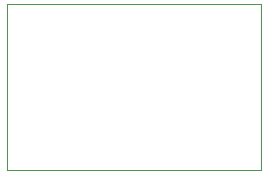
<source format=gbr>
%TF.GenerationSoftware,KiCad,Pcbnew,8.0.4*%
%TF.CreationDate,2024-08-21T17:48:23-04:00*%
%TF.ProjectId,pi_max31328,70695f6d-6178-4333-9133-32382e6b6963,rev?*%
%TF.SameCoordinates,Original*%
%TF.FileFunction,Profile,NP*%
%FSLAX46Y46*%
G04 Gerber Fmt 4.6, Leading zero omitted, Abs format (unit mm)*
G04 Created by KiCad (PCBNEW 8.0.4) date 2024-08-21 17:48:23*
%MOMM*%
%LPD*%
G01*
G04 APERTURE LIST*
%TA.AperFunction,Profile*%
%ADD10C,0.050000*%
%TD*%
G04 APERTURE END LIST*
D10*
X19500000Y-20000000D02*
X37500000Y-20000000D01*
X16000000Y-34000000D02*
X16000000Y-20000000D01*
X16000000Y-20000000D02*
X19500000Y-20000000D01*
X16000000Y-34000000D02*
X19500000Y-34000000D01*
X37500000Y-20000000D02*
X37500000Y-34000000D01*
X37500000Y-34000000D02*
X19500000Y-34000000D01*
M02*

</source>
